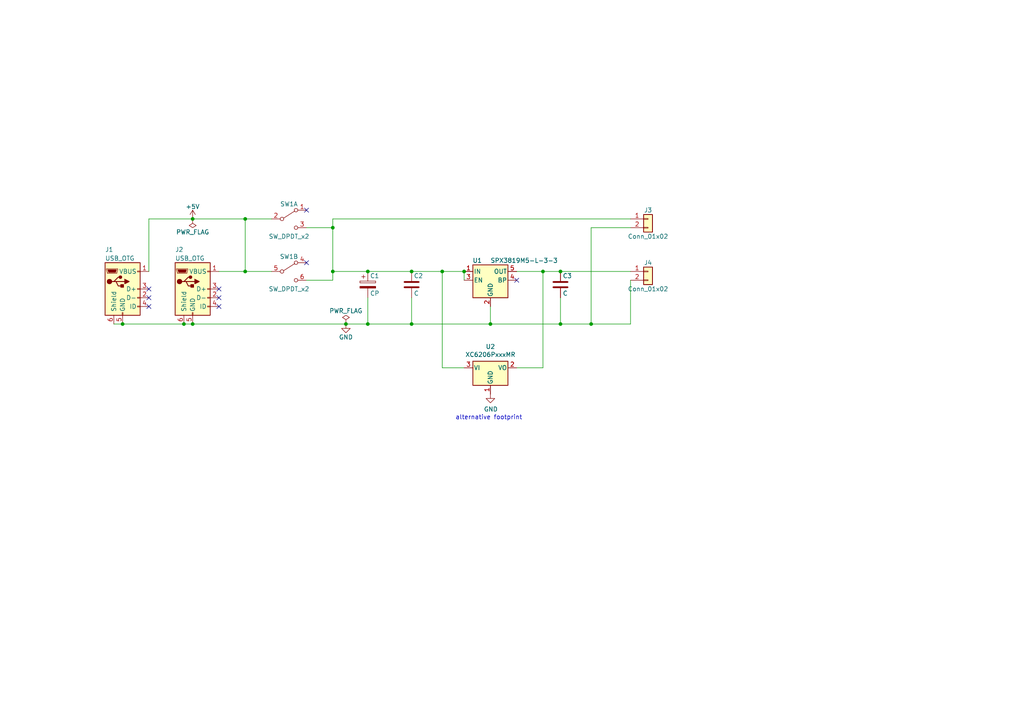
<source format=kicad_sch>
(kicad_sch (version 20211123) (generator eeschema)
  (paper "A4")
  (title_block (title "BBPSU-spx3819") (date "2017-12-16") (rev "0.1") (company "FLACO 2017, licence of this schematic is CC-BY-NC-SA") (comment 1 "Breadboard 3.3V power supply with micro USB input"))
  (lib_symbols
    (symbol "Connector:USB_B_Micro" (pin_names (offset 1.016))
      (property "Reference" "J" (at -5.08 11.43 0))
      (property "Value" "USB_B_Micro" (at -5.08 8.89 0))
      (symbol "USB_B_Micro_0_1"
        (rectangle (start -5.08 -7.62) (end 5.08 7.62) (stroke (width 0.254)) (fill (type background)))
        (circle (center -3.81 2.159) (radius 0.635) (stroke (width 0.254)) (fill (type outline)))
        (circle (center -0.635 3.429) (radius 0.381) (stroke (width 0.254)) (fill (type outline)))
        (rectangle (start -0.127 -7.62) (end 0.127 -6.858))
        (polyline (pts (xy -1.905 2.159) (xy 0.635 2.159)) (stroke (width 0.254)))
        (polyline (pts (xy -3.175 2.159) (xy -2.54 2.159) (xy -1.27 3.429) (xy -0.635 3.429)) (stroke (width 0.254)))
        (polyline (pts (xy -2.54 2.159) (xy -1.905 2.159) (xy -1.27 0.889) (xy 0 0.889)) (stroke (width 0.254)))
        (polyline (pts (xy 0.635 2.794) (xy 0.635 1.524) (xy 1.905 2.159) (xy 0.635 2.794)) (stroke (width 0.254)) (fill (type outline)))
        (polyline (pts (xy -4.318 5.588) (xy -1.778 5.588) (xy -2.032 4.826) (xy -4.064 4.826) (xy -4.318 5.588)) (fill (type outline)))
        (polyline (pts (xy -4.699 5.842) (xy -4.699 5.588) (xy -4.445 4.826) (xy -4.445 4.572) (xy -1.651 4.572) (xy -1.651 4.826) (xy -1.397 5.588) (xy -1.397 5.842) (xy -4.699 5.842)))
        (rectangle (start 0.254 1.27) (end -0.508 0.508) (stroke (width 0.254)) (fill (type outline)))
        (rectangle (start 5.08 -5.207) (end 4.318 -4.953))
        (rectangle (start 5.08 -2.667) (end 4.318 -2.413))
        (rectangle (start 5.08 -0.127) (end 4.318 0.127))
        (rectangle (start 5.08 4.953) (end 4.318 5.207))
      )
      (symbol "USB_B_Micro_1_1"
        (pin power_out line (at 7.62 5.08 180) (length 2.54) (name "VBUS") (number "1"))
        (pin bidirectional line (at 7.62 -2.54 180) (length 2.54) (name "D-") (number "2"))
        (pin bidirectional line (at 7.62 0 180) (length 2.54) (name "D+") (number "3"))
        (pin passive line (at 7.62 -5.08 180) (length 2.54) (name "ID") (number "4"))
        (pin power_out line (at 0 -10.16 90) (length 2.54) (name "GND") (number "5"))
        (pin passive line (at -2.54 -10.16 90) (length 2.54) (name "Shield") (number "6"))
      )
    )
    (symbol "Connector:USB_B_Mini" (pin_names (offset 1.016))
      (property "Reference" "J" (at -5.08 11.43 0))
      (property "Value" "USB_B_Mini" (at -5.08 8.89 0))
      (symbol "USB_B_Mini_0_1"
        (rectangle (start -5.08 -7.62) (end 5.08 7.62) (stroke (width 0.254)) (fill (type background)))
        (circle (center -3.81 2.159) (radius 0.635) (stroke (width 0.254)) (fill (type outline)))
        (circle (center -0.635 3.429) (radius 0.381) (stroke (width 0.254)) (fill (type outline)))
        (rectangle (start -0.127 -7.62) (end 0.127 -6.858))
        (polyline (pts (xy -1.905 2.159) (xy 0.635 2.159)) (stroke (width 0.254)))
        (polyline (pts (xy -3.175 2.159) (xy -2.54 2.159) (xy -1.27 3.429) (xy -0.635 3.429)) (stroke (width 0.254)))
        (polyline (pts (xy -2.54 2.159) (xy -1.905 2.159) (xy -1.27 0.889) (xy 0 0.889)) (stroke (width 0.254)))
        (polyline (pts (xy 0.635 2.794) (xy 0.635 1.524) (xy 1.905 2.159) (xy 0.635 2.794)) (stroke (width 0.254)) (fill (type outline)))
        (polyline (pts (xy -4.318 5.588) (xy -1.778 5.588) (xy -2.032 4.826) (xy -4.064 4.826) (xy -4.318 5.588)) (fill (type outline)))
        (polyline (pts (xy -4.699 5.842) (xy -4.699 5.588) (xy -4.445 4.826) (xy -4.445 4.572) (xy -1.651 4.572) (xy -1.651 4.826) (xy -1.397 5.588) (xy -1.397 5.842) (xy -4.699 5.842)))
        (rectangle (start 0.254 1.27) (end -0.508 0.508) (stroke (width 0.254)) (fill (type outline)))
        (rectangle (start 5.08 -5.207) (end 4.318 -4.953))
        (rectangle (start 5.08 -2.667) (end 4.318 -2.413))
        (rectangle (start 5.08 -0.127) (end 4.318 0.127))
        (rectangle (start 5.08 4.953) (end 4.318 5.207))
      )
      (symbol "USB_B_Mini_1_1"
        (pin power_out line (at 7.62 5.08 180) (length 2.54) (name "VBUS") (number "1"))
        (pin bidirectional line (at 7.62 -2.54 180) (length 2.54) (name "D-") (number "2"))
        (pin bidirectional line (at 7.62 0 180) (length 2.54) (name "D+") (number "3"))
        (pin passive line (at 7.62 -5.08 180) (length 2.54) (name "ID") (number "4"))
        (pin power_out line (at 0 -10.16 90) (length 2.54) (name "GND") (number "5"))
        (pin passive line (at -2.54 -10.16 90) (length 2.54) (name "Shield") (number "6"))
      )
    )
    (symbol "Connector_Generic:Conn_01x02" (pin_names (offset 1.016) hide)
      (property "Reference" "J" (at 0 2.54 0))
      (property "Value" "Conn_01x02" (at 0 -5.08 0))
      (symbol "Conn_01x02_1_1"
        (rectangle (start -1.27 -2.413) (end 0 -2.667) (stroke (width 0.1524)))
        (rectangle (start -1.27 0.127) (end 0 -0.127) (stroke (width 0.1524)))
        (rectangle (start -1.27 1.27) (end 1.27 -3.81) (stroke (width 0.254)) (fill (type background)))
        (pin passive line (at -5.08 0 0) (length 3.81) (name "Pin_1") (number "1"))
        (pin passive line (at -5.08 -2.54 0) (length 3.81) (name "Pin_2") (number "2"))
      )
    )
    (symbol "Device:C" (pin_numbers hide) (pin_names (offset 0.254))
      (property "Reference" "C" (at 0.635 2.54 0))
      (property "Value" "C" (at 0.635 -2.54 0))
      (symbol "C_0_1"
        (polyline (pts (xy -2.032 -0.762) (xy 2.032 -0.762)) (stroke (width 0.508)))
        (polyline (pts (xy -2.032 0.762) (xy 2.032 0.762)) (stroke (width 0.508)))
      )
      (symbol "C_1_1"
        (pin passive line (at 0 3.81 270) (length 2.794) (name "~") (number "1"))
        (pin passive line (at 0 -3.81 90) (length 2.794) (name "~") (number "2"))
      )
    )
    (symbol "Device:C_Polarized" (pin_numbers hide) (pin_names (offset 0.254))
      (property "Reference" "C" (at 0.635 2.54 0))
      (property "Value" "C_Polarized" (at 0.635 -2.54 0))
      (symbol "C_Polarized_0_1"
        (rectangle (start -2.286 0.508) (end 2.286 1.016))
        (polyline (pts (xy -1.778 2.286) (xy -0.762 2.286)))
        (polyline (pts (xy -1.27 2.794) (xy -1.27 1.778)))
        (rectangle (start 2.286 -0.508) (end -2.286 -1.016) (fill (type outline)))
      )
      (symbol "C_Polarized_1_1"
        (pin passive line (at 0 3.81 270) (length 2.794) (name "~") (number "1"))
        (pin passive line (at 0 -3.81 90) (length 2.794) (name "~") (number "2"))
      )
    )
    (symbol "Regulator_Linear:SPX3819M5-L-3-3" (pin_names (offset 0.254))
      (property "Reference" "U" (at -3.81 5.715 0))
      (property "Value" "SPX3819M5-L-3-3" (at 0 5.715 0))
      (symbol "SPX3819M5-L-3-3_0_1"
        (rectangle (start -5.08 4.445) (end 5.08 -5.08) (stroke (width 0.254)) (fill (type background)))
      )
      (symbol "SPX3819M5-L-3-3_1_1"
        (pin power_in line (at -7.62 2.54 0) (length 2.54) (name "IN") (number "1"))
        (pin power_in line (at 0 -7.62 90) (length 2.54) (name "GND") (number "2"))
        (pin input line (at -7.62 0 0) (length 2.54) (name "EN") (number "3"))
        (pin input line (at 7.62 0 180) (length 2.54) (name "BP") (number "4"))
        (pin power_out line (at 7.62 2.54 180) (length 2.54) (name "OUT") (number "5"))
      )
    )
    (symbol "Regulator_Linear:XC6206PxxxMR" (pin_names (offset 0.254))
      (property "Reference" "U" (at -3.81 3.175 0))
      (property "Value" "XC6206PxxxMR" (at 0 3.175 0))
      (symbol "XC6206PxxxMR_0_1"
        (rectangle (start -5.08 1.905) (end 5.08 -5.08) (stroke (width 0.254)) (fill (type background)))
      )
      (symbol "XC6206PxxxMR_1_1"
        (pin power_in line (at 0 -7.62 90) (length 2.54) (name "GND") (number "1"))
        (pin power_out line (at 7.62 0 180) (length 2.54) (name "VO") (number "2"))
        (pin power_in line (at -7.62 0 0) (length 2.54) (name "VI") (number "3"))
      )
    )
    (symbol "Switch:SW_DPDT_x2" (pin_names (offset 0) hide)
      (property "Reference" "SW" (at 0 4.318 0))
      (property "Value" "SW_DPDT_x2" (at 0 -5.08 0))
      (symbol "SW_DPDT_x2_0_0"
        (circle (center -2.032 0) (radius 0.508))
        (circle (center 2.032 -2.54) (radius 0.508))
      )
      (symbol "SW_DPDT_x2_0_1"
        (polyline (pts (xy -1.524 0.254) (xy 1.651 2.286)))
        (circle (center 2.032 2.54) (radius 0.508))
      )
      (symbol "SW_DPDT_x2_1_1"
        (pin passive line (at 5.08 2.54 180) (length 2.54) (name "A") (number "1"))
        (pin passive line (at -5.08 0 0) (length 2.54) (name "B") (number "2"))
        (pin passive line (at 5.08 -2.54 180) (length 2.54) (name "C") (number "3"))
      )
      (symbol "SW_DPDT_x2_2_1"
        (pin passive line (at 5.08 2.54 180) (length 2.54) (name "A") (number "4"))
        (pin passive line (at -5.08 0 0) (length 2.54) (name "B") (number "5"))
        (pin passive line (at 5.08 -2.54 180) (length 2.54) (name "C") (number "6"))
      )
    )
    (symbol "power:+5V" (power) (pin_names (offset 0))
      (property "Value" "+5V" (at 0 3.556 0))
      (symbol "+5V_0_1"
        (polyline (pts (xy -0.762 1.27) (xy 0 2.54)))
        (polyline (pts (xy 0 0) (xy 0 2.54)))
        (polyline (pts (xy 0 2.54) (xy 0.762 1.27)))
      )
      (symbol "+5V_1_1"
        (pin power_in line (at 0 0 90) (length 0) hide (name "+5V") (number "1"))
      )
    )
    (symbol "power:GND" (power) (pin_names (offset 0))
      (property "Value" "GND" (at 0 -3.81 0))
      (symbol "GND_0_1"
        (polyline (pts (xy 0 0) (xy 0 -1.27) (xy 1.27 -1.27) (xy 0 -2.54) (xy -1.27 -1.27) (xy 0 -1.27)))
      )
      (symbol "GND_1_1"
        (pin power_in line (at 0 0 270) (length 0) hide (name "GND") (number "1"))
      )
    )
    (symbol "power:PWR_FLAG" (power) (pin_numbers hide) (pin_names (offset 0) hide)
      (property "Value" "PWR_FLAG" (at 0 3.81 0))
      (symbol "PWR_FLAG_0_0"
        (pin power_out line (at 0 0 90) (length 0) (name "pwr") (number "1"))
      )
      (symbol "PWR_FLAG_0_1"
        (polyline (pts (xy 0 0) (xy 0 1.27) (xy -1.016 1.905) (xy 0 2.54) (xy 1.016 1.905) (xy 0 1.27)))
      )
    )
  )
  (junction (at 119.38 93.98))
  (junction (at 35.56 93.98))
  (junction (at 106.68 78.74))
  (junction (at 134.62 78.74))
  (junction (at 55.88 93.98))
  (junction (at 53.34 93.98))
  (junction (at 96.52 78.74))
  (junction (at 157.48 78.74))
  (junction (at 106.68 93.98))
  (junction (at 142.24 93.98))
  (junction (at 171.45 93.98))
  (junction (at 128.27 78.74))
  (junction (at 119.38 78.74))
  (junction (at 162.56 93.98))
  (junction (at 55.88 63.5))
  (junction (at 71.12 63.5))
  (junction (at 100.33 93.98))
  (junction (at 96.52 66.04))
  (junction (at 71.12 78.74))
  (junction (at 162.56 78.74))
  (no_connect (at 88.9 76.2))
  (no_connect (at 63.5 88.9))
  (no_connect (at 149.86 81.28))
  (no_connect (at 43.18 86.36))
  (no_connect (at 43.18 88.9))
  (no_connect (at 63.5 83.82))
  (no_connect (at 43.18 83.82))
  (no_connect (at 88.9 60.96))
  (no_connect (at 63.5 86.36))
  (wire (pts (xy 171.45 93.98) (xy 182.88 93.98)))
  (wire (pts (xy 35.56 93.98) (xy 53.34 93.98)))
  (wire (pts (xy 128.27 106.68) (xy 134.62 106.68)))
  (wire (pts (xy 106.68 86.36) (xy 106.68 93.98)))
  (wire (pts (xy 119.38 93.98) (xy 142.24 93.98)))
  (wire (pts (xy 182.88 93.98) (xy 182.88 81.28)))
  (wire (pts (xy 157.48 106.68) (xy 157.48 78.74)))
  (wire (pts (xy 96.52 66.04) (xy 96.52 78.74)))
  (wire (pts (xy 96.52 63.5) (xy 96.52 66.04)))
  (wire (pts (xy 157.48 78.74) (xy 162.56 78.74)))
  (wire (pts (xy 100.33 93.98) (xy 106.68 93.98)))
  (wire (pts (xy 162.56 93.98) (xy 162.56 86.36)))
  (wire (pts (xy 106.68 93.98) (xy 119.38 93.98)))
  (wire (pts (xy 96.52 78.74) (xy 96.52 81.28)))
  (wire (pts (xy 96.52 66.04) (xy 88.9 66.04)))
  (wire (pts (xy 71.12 63.5) (xy 78.74 63.5)))
  (wire (pts (xy 182.88 66.04) (xy 171.45 66.04)))
  (wire (pts (xy 162.56 78.74) (xy 182.88 78.74)))
  (wire (pts (xy 53.34 93.98) (xy 55.88 93.98)))
  (wire (pts (xy 128.27 106.68) (xy 128.27 78.74)))
  (wire (pts (xy 119.38 86.36) (xy 119.38 93.98)))
  (wire (pts (xy 128.27 78.74) (xy 134.62 78.74)))
  (wire (pts (xy 182.88 63.5) (xy 96.52 63.5)))
  (wire (pts (xy 96.52 78.74) (xy 106.68 78.74)))
  (wire (pts (xy 171.45 66.04) (xy 171.45 93.98)))
  (wire (pts (xy 142.24 93.98) (xy 142.24 88.9)))
  (wire (pts (xy 55.88 93.98) (xy 100.33 93.98)))
  (wire (pts (xy 119.38 78.74) (xy 128.27 78.74)))
  (wire (pts (xy 106.68 78.74) (xy 119.38 78.74)))
  (wire (pts (xy 63.5 78.74) (xy 71.12 78.74)))
  (wire (pts (xy 162.56 93.98) (xy 171.45 93.98)))
  (wire (pts (xy 96.52 81.28) (xy 88.9 81.28)))
  (wire (pts (xy 43.18 78.74) (xy 43.18 63.5)))
  (wire (pts (xy 134.62 78.74) (xy 134.62 81.28)))
  (wire (pts (xy 71.12 63.5) (xy 71.12 78.74)))
  (wire (pts (xy 55.88 63.5) (xy 71.12 63.5)))
  (wire (pts (xy 43.18 63.5) (xy 55.88 63.5)))
  (wire (pts (xy 71.12 78.74) (xy 78.74 78.74)))
  (wire (pts (xy 142.24 93.98) (xy 162.56 93.98)))
  (wire (pts (xy 33.02 93.98) (xy 35.56 93.98)))
  (wire (pts (xy 149.86 106.68) (xy 157.48 106.68)))
  (wire (pts (xy 149.86 78.74) (xy 157.48 78.74)))
  (text "alternative footprint" (at 132.08 121.92 0) (effects (font (size 1.27 1.27)) (justify left bottom)))
  (symbol (lib_id "Regulator_Linear:SPX3819M5-L-3-3") (at 142.24 81.28 0) (unit 1)
    (property "Reference" "U1" (at 138.43 75.565 0))
    (property "Value" "SPX3819M5-L-3-3" (at 142.24 75.565 0) (effects (justify left)))
    (property "Footprint" "Package_TO_SOT_SMD:SOT-23-5" (effects hide))
    (property "Datasheet" "https://www.exar.com/content/document.ashx?id=22106&languageid=1033&type=Datasheet&partnumber=SPX3819&filename=SPX3819.pdf&part=SPX3819" (effects hide))
  )
  (symbol (lib_id "Device:C") (at 119.38 82.55 0) (unit 1)
    (property "Reference" "C2" (at 120.015 80.01 0) (effects (justify left)))
    (property "Value" "C" (at 120.015 85.09 0) (effects (justify left)))
    (property "Footprint" "Capacitor_SMD:C_0805_2012Metric_Pad1.18x1.45mm_HandSolder" (effects hide))
  )
  (symbol (lib_id "Device:C") (at 162.56 82.55 0) (unit 1)
    (property "Reference" "C3" (at 163.195 80.01 0) (effects (justify left)))
    (property "Value" "C" (at 163.195 85.09 0) (effects (justify left)))
    (property "Footprint" "Capacitor_SMD:C_0805_2012Metric_Pad1.18x1.45mm_HandSolder" (effects hide))
  )
  (symbol (lib_id "Device:C_Polarized") (at 106.68 82.55 0) (unit 1)
    (property "Reference" "C1" (at 107.315 80.01 0) (effects (justify left)))
    (property "Value" "CP" (at 107.315 85.09 0) (effects (justify left)))
    (property "Footprint" "Capacitor_THT:CP_Radial_D6.3mm_P2.50mm" (effects hide))
  )
  (symbol (lib_id "Connector:USB_B_Mini") (at 55.88 83.82 0) (unit 1)
    (property "Reference" "J2" (at 50.8 72.39 0) (effects (justify left)))
    (property "Value" "USB_OTG" (at 50.8 74.93 0) (effects (justify left)))
    (property "Footprint" "Connector_USB:USB_Mini-B_Wuerth_65100516121_Horizontal" (effects hide))
  )
  (symbol (lib_id "Connector:USB_B_Micro") (at 35.56 83.82 0) (unit 1)
    (property "Reference" "J1" (at 30.48 72.39 0) (effects (justify left)))
    (property "Value" "USB_OTG" (at 30.48 74.93 0) (effects (justify left)))
    (property "Footprint" "Sassa:USB-MICRO-B" (effects hide))
  )
  (symbol (lib_id "Connector_Generic:Conn_01x02") (at 187.96 78.74 0) (unit 1)
    (property "Reference" "J4" (at 187.96 76.2 0))
    (property "Value" "Conn_01x02" (at 187.96 83.82 0))
    (property "Footprint" "Connector_PinHeader_2.54mm:PinHeader_1x02_P2.54mm_Vertical" (effects hide))
  )
  (symbol (lib_id "Connector_Generic:Conn_01x02") (at 187.96 63.5 0) (unit 1)
    (property "Reference" "J3" (at 187.96 60.96 0))
    (property "Value" "Conn_01x02" (at 187.96 68.58 0))
    (property "Footprint" "Connector_PinHeader_2.54mm:PinHeader_1x02_P2.54mm_Vertical" (effects hide))
  )
  (symbol (lib_id "Switch:SW_DPDT_x2") (at 83.82 78.74 0) (unit 2)
    (property "Reference" "SW1" (at 83.82 74.422 0))
    (property "Value" "SW_DPDT_x2" (at 83.82 83.82 0))
    (property "Footprint" "Sassa:SW_PUSH_Self-locking_5.8mm" (effects hide))
  )
  (symbol (lib_id "Switch:SW_DPDT_x2") (at 83.82 63.5 0) (unit 1)
    (property "Reference" "SW1" (at 83.82 59.182 0))
    (property "Value" "SW_DPDT_x2" (at 83.82 68.58 0))
    (property "Footprint" "Sassa:SW_PUSH_Self-locking_5.8mm" (effects hide))
  )
  (symbol (lib_id "power:GND") (at 100.33 93.98 0) (unit 1)
    (property "Reference" "#PWR01" (effects hide))
    (property "Value" "GND" (at 100.33 97.79 0))
  )
  (symbol (lib_id "power:PWR_FLAG") (at 100.33 93.98 0) (unit 1)
    (property "Reference" "#FLG02" (effects hide))
    (property "Value" "PWR_FLAG" (at 100.33 90.17 0))
  )
  (symbol (lib_id "power:+5V") (at 55.88 63.5 0) (unit 1)
    (property "Reference" "#PWR03" (effects hide))
    (property "Value" "+5V" (at 55.88 59.944 0))
  )
  (symbol (lib_id "power:PWR_FLAG") (at 55.88 63.5 180) (unit 1)
    (property "Reference" "#FLG04" (effects hide))
    (property "Value" "PWR_FLAG" (at 55.88 67.31 0))
  )
  (symbol (lib_id "Regulator_Linear:XC6206PxxxMR") (at 142.24 106.68 0) (unit 1)
    (property "Reference" "U2" (at 142.24 100.5332 0))
    (property "Value" "XC6206PxxxMR" (at 142.24 102.8446 0))
    (property "Footprint" "Sassa:SOT-23" (effects hide))
    (property "Datasheet" "https://www.torexsemi.com/file/xc6206/XC6206.pdf" (effects hide))
  )
  (symbol (lib_id "power:GND") (at 142.24 114.3 0) (unit 1)
    (property "Reference" "#PWR04" (effects hide))
    (property "Value" "GND" (at 142.367 118.6942 0))
  )
)
</source>
